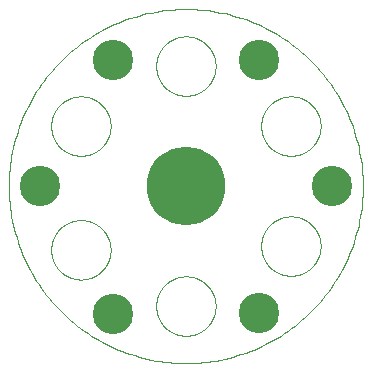
<source format=gbs>
G75*
%MOIN*%
%OFA0B0*%
%FSLAX25Y25*%
%IPPOS*%
%LPD*%
%AMOC8*
5,1,8,0,0,1.08239X$1,22.5*
%
%ADD10C,0.00010*%
%ADD11C,0.00016*%
%ADD12C,0.13461*%
%ADD13C,0.26200*%
%ADD14C,0.03775*%
D10*
X0015108Y0040550D02*
X0015111Y0040793D01*
X0015120Y0041036D01*
X0015135Y0041278D01*
X0015156Y0041520D01*
X0015182Y0041762D01*
X0015215Y0042003D01*
X0015254Y0042243D01*
X0015298Y0042481D01*
X0015349Y0042719D01*
X0015405Y0042956D01*
X0015467Y0043190D01*
X0015534Y0043424D01*
X0015608Y0043655D01*
X0015687Y0043885D01*
X0015771Y0044113D01*
X0015862Y0044339D01*
X0015957Y0044562D01*
X0016059Y0044783D01*
X0016165Y0045001D01*
X0016277Y0045217D01*
X0016394Y0045430D01*
X0016516Y0045640D01*
X0016644Y0045846D01*
X0016776Y0046050D01*
X0016914Y0046251D01*
X0017056Y0046447D01*
X0017203Y0046641D01*
X0017355Y0046830D01*
X0017512Y0047016D01*
X0017673Y0047198D01*
X0017838Y0047376D01*
X0018008Y0047550D01*
X0018182Y0047720D01*
X0018360Y0047885D01*
X0018542Y0048046D01*
X0018728Y0048203D01*
X0018917Y0048355D01*
X0019111Y0048502D01*
X0019307Y0048644D01*
X0019508Y0048782D01*
X0019712Y0048914D01*
X0019918Y0049042D01*
X0020128Y0049164D01*
X0020341Y0049281D01*
X0020557Y0049393D01*
X0020775Y0049499D01*
X0020996Y0049601D01*
X0021219Y0049696D01*
X0021445Y0049787D01*
X0021673Y0049871D01*
X0021903Y0049950D01*
X0022134Y0050024D01*
X0022368Y0050091D01*
X0022602Y0050153D01*
X0022839Y0050209D01*
X0023077Y0050260D01*
X0023315Y0050304D01*
X0023555Y0050343D01*
X0023796Y0050376D01*
X0024038Y0050402D01*
X0024280Y0050423D01*
X0024522Y0050438D01*
X0024765Y0050447D01*
X0025008Y0050450D01*
X0025251Y0050447D01*
X0025494Y0050438D01*
X0025736Y0050423D01*
X0025978Y0050402D01*
X0026220Y0050376D01*
X0026461Y0050343D01*
X0026701Y0050304D01*
X0026939Y0050260D01*
X0027177Y0050209D01*
X0027414Y0050153D01*
X0027648Y0050091D01*
X0027882Y0050024D01*
X0028113Y0049950D01*
X0028343Y0049871D01*
X0028571Y0049787D01*
X0028797Y0049696D01*
X0029020Y0049601D01*
X0029241Y0049499D01*
X0029459Y0049393D01*
X0029675Y0049281D01*
X0029888Y0049164D01*
X0030098Y0049042D01*
X0030304Y0048914D01*
X0030508Y0048782D01*
X0030709Y0048644D01*
X0030905Y0048502D01*
X0031099Y0048355D01*
X0031288Y0048203D01*
X0031474Y0048046D01*
X0031656Y0047885D01*
X0031834Y0047720D01*
X0032008Y0047550D01*
X0032178Y0047376D01*
X0032343Y0047198D01*
X0032504Y0047016D01*
X0032661Y0046830D01*
X0032813Y0046641D01*
X0032960Y0046447D01*
X0033102Y0046251D01*
X0033240Y0046050D01*
X0033372Y0045846D01*
X0033500Y0045640D01*
X0033622Y0045430D01*
X0033739Y0045217D01*
X0033851Y0045001D01*
X0033957Y0044783D01*
X0034059Y0044562D01*
X0034154Y0044339D01*
X0034245Y0044113D01*
X0034329Y0043885D01*
X0034408Y0043655D01*
X0034482Y0043424D01*
X0034549Y0043190D01*
X0034611Y0042956D01*
X0034667Y0042719D01*
X0034718Y0042481D01*
X0034762Y0042243D01*
X0034801Y0042003D01*
X0034834Y0041762D01*
X0034860Y0041520D01*
X0034881Y0041278D01*
X0034896Y0041036D01*
X0034905Y0040793D01*
X0034908Y0040550D01*
X0034905Y0040307D01*
X0034896Y0040064D01*
X0034881Y0039822D01*
X0034860Y0039580D01*
X0034834Y0039338D01*
X0034801Y0039097D01*
X0034762Y0038857D01*
X0034718Y0038619D01*
X0034667Y0038381D01*
X0034611Y0038144D01*
X0034549Y0037910D01*
X0034482Y0037676D01*
X0034408Y0037445D01*
X0034329Y0037215D01*
X0034245Y0036987D01*
X0034154Y0036761D01*
X0034059Y0036538D01*
X0033957Y0036317D01*
X0033851Y0036099D01*
X0033739Y0035883D01*
X0033622Y0035670D01*
X0033500Y0035460D01*
X0033372Y0035254D01*
X0033240Y0035050D01*
X0033102Y0034849D01*
X0032960Y0034653D01*
X0032813Y0034459D01*
X0032661Y0034270D01*
X0032504Y0034084D01*
X0032343Y0033902D01*
X0032178Y0033724D01*
X0032008Y0033550D01*
X0031834Y0033380D01*
X0031656Y0033215D01*
X0031474Y0033054D01*
X0031288Y0032897D01*
X0031099Y0032745D01*
X0030905Y0032598D01*
X0030709Y0032456D01*
X0030508Y0032318D01*
X0030304Y0032186D01*
X0030098Y0032058D01*
X0029888Y0031936D01*
X0029675Y0031819D01*
X0029459Y0031707D01*
X0029241Y0031601D01*
X0029020Y0031499D01*
X0028797Y0031404D01*
X0028571Y0031313D01*
X0028343Y0031229D01*
X0028113Y0031150D01*
X0027882Y0031076D01*
X0027648Y0031009D01*
X0027414Y0030947D01*
X0027177Y0030891D01*
X0026939Y0030840D01*
X0026701Y0030796D01*
X0026461Y0030757D01*
X0026220Y0030724D01*
X0025978Y0030698D01*
X0025736Y0030677D01*
X0025494Y0030662D01*
X0025251Y0030653D01*
X0025008Y0030650D01*
X0024765Y0030653D01*
X0024522Y0030662D01*
X0024280Y0030677D01*
X0024038Y0030698D01*
X0023796Y0030724D01*
X0023555Y0030757D01*
X0023315Y0030796D01*
X0023077Y0030840D01*
X0022839Y0030891D01*
X0022602Y0030947D01*
X0022368Y0031009D01*
X0022134Y0031076D01*
X0021903Y0031150D01*
X0021673Y0031229D01*
X0021445Y0031313D01*
X0021219Y0031404D01*
X0020996Y0031499D01*
X0020775Y0031601D01*
X0020557Y0031707D01*
X0020341Y0031819D01*
X0020128Y0031936D01*
X0019918Y0032058D01*
X0019712Y0032186D01*
X0019508Y0032318D01*
X0019307Y0032456D01*
X0019111Y0032598D01*
X0018917Y0032745D01*
X0018728Y0032897D01*
X0018542Y0033054D01*
X0018360Y0033215D01*
X0018182Y0033380D01*
X0018008Y0033550D01*
X0017838Y0033724D01*
X0017673Y0033902D01*
X0017512Y0034084D01*
X0017355Y0034270D01*
X0017203Y0034459D01*
X0017056Y0034653D01*
X0016914Y0034849D01*
X0016776Y0035050D01*
X0016644Y0035254D01*
X0016516Y0035460D01*
X0016394Y0035670D01*
X0016277Y0035883D01*
X0016165Y0036099D01*
X0016059Y0036317D01*
X0015957Y0036538D01*
X0015862Y0036761D01*
X0015771Y0036987D01*
X0015687Y0037215D01*
X0015608Y0037445D01*
X0015534Y0037676D01*
X0015467Y0037910D01*
X0015405Y0038144D01*
X0015349Y0038381D01*
X0015298Y0038619D01*
X0015254Y0038857D01*
X0015215Y0039097D01*
X0015182Y0039338D01*
X0015156Y0039580D01*
X0015135Y0039822D01*
X0015120Y0040064D01*
X0015111Y0040307D01*
X0015108Y0040550D01*
X0015108Y0081800D02*
X0015111Y0082043D01*
X0015120Y0082286D01*
X0015135Y0082528D01*
X0015156Y0082770D01*
X0015182Y0083012D01*
X0015215Y0083253D01*
X0015254Y0083493D01*
X0015298Y0083731D01*
X0015349Y0083969D01*
X0015405Y0084206D01*
X0015467Y0084440D01*
X0015534Y0084674D01*
X0015608Y0084905D01*
X0015687Y0085135D01*
X0015771Y0085363D01*
X0015862Y0085589D01*
X0015957Y0085812D01*
X0016059Y0086033D01*
X0016165Y0086251D01*
X0016277Y0086467D01*
X0016394Y0086680D01*
X0016516Y0086890D01*
X0016644Y0087096D01*
X0016776Y0087300D01*
X0016914Y0087501D01*
X0017056Y0087697D01*
X0017203Y0087891D01*
X0017355Y0088080D01*
X0017512Y0088266D01*
X0017673Y0088448D01*
X0017838Y0088626D01*
X0018008Y0088800D01*
X0018182Y0088970D01*
X0018360Y0089135D01*
X0018542Y0089296D01*
X0018728Y0089453D01*
X0018917Y0089605D01*
X0019111Y0089752D01*
X0019307Y0089894D01*
X0019508Y0090032D01*
X0019712Y0090164D01*
X0019918Y0090292D01*
X0020128Y0090414D01*
X0020341Y0090531D01*
X0020557Y0090643D01*
X0020775Y0090749D01*
X0020996Y0090851D01*
X0021219Y0090946D01*
X0021445Y0091037D01*
X0021673Y0091121D01*
X0021903Y0091200D01*
X0022134Y0091274D01*
X0022368Y0091341D01*
X0022602Y0091403D01*
X0022839Y0091459D01*
X0023077Y0091510D01*
X0023315Y0091554D01*
X0023555Y0091593D01*
X0023796Y0091626D01*
X0024038Y0091652D01*
X0024280Y0091673D01*
X0024522Y0091688D01*
X0024765Y0091697D01*
X0025008Y0091700D01*
X0025251Y0091697D01*
X0025494Y0091688D01*
X0025736Y0091673D01*
X0025978Y0091652D01*
X0026220Y0091626D01*
X0026461Y0091593D01*
X0026701Y0091554D01*
X0026939Y0091510D01*
X0027177Y0091459D01*
X0027414Y0091403D01*
X0027648Y0091341D01*
X0027882Y0091274D01*
X0028113Y0091200D01*
X0028343Y0091121D01*
X0028571Y0091037D01*
X0028797Y0090946D01*
X0029020Y0090851D01*
X0029241Y0090749D01*
X0029459Y0090643D01*
X0029675Y0090531D01*
X0029888Y0090414D01*
X0030098Y0090292D01*
X0030304Y0090164D01*
X0030508Y0090032D01*
X0030709Y0089894D01*
X0030905Y0089752D01*
X0031099Y0089605D01*
X0031288Y0089453D01*
X0031474Y0089296D01*
X0031656Y0089135D01*
X0031834Y0088970D01*
X0032008Y0088800D01*
X0032178Y0088626D01*
X0032343Y0088448D01*
X0032504Y0088266D01*
X0032661Y0088080D01*
X0032813Y0087891D01*
X0032960Y0087697D01*
X0033102Y0087501D01*
X0033240Y0087300D01*
X0033372Y0087096D01*
X0033500Y0086890D01*
X0033622Y0086680D01*
X0033739Y0086467D01*
X0033851Y0086251D01*
X0033957Y0086033D01*
X0034059Y0085812D01*
X0034154Y0085589D01*
X0034245Y0085363D01*
X0034329Y0085135D01*
X0034408Y0084905D01*
X0034482Y0084674D01*
X0034549Y0084440D01*
X0034611Y0084206D01*
X0034667Y0083969D01*
X0034718Y0083731D01*
X0034762Y0083493D01*
X0034801Y0083253D01*
X0034834Y0083012D01*
X0034860Y0082770D01*
X0034881Y0082528D01*
X0034896Y0082286D01*
X0034905Y0082043D01*
X0034908Y0081800D01*
X0034905Y0081557D01*
X0034896Y0081314D01*
X0034881Y0081072D01*
X0034860Y0080830D01*
X0034834Y0080588D01*
X0034801Y0080347D01*
X0034762Y0080107D01*
X0034718Y0079869D01*
X0034667Y0079631D01*
X0034611Y0079394D01*
X0034549Y0079160D01*
X0034482Y0078926D01*
X0034408Y0078695D01*
X0034329Y0078465D01*
X0034245Y0078237D01*
X0034154Y0078011D01*
X0034059Y0077788D01*
X0033957Y0077567D01*
X0033851Y0077349D01*
X0033739Y0077133D01*
X0033622Y0076920D01*
X0033500Y0076710D01*
X0033372Y0076504D01*
X0033240Y0076300D01*
X0033102Y0076099D01*
X0032960Y0075903D01*
X0032813Y0075709D01*
X0032661Y0075520D01*
X0032504Y0075334D01*
X0032343Y0075152D01*
X0032178Y0074974D01*
X0032008Y0074800D01*
X0031834Y0074630D01*
X0031656Y0074465D01*
X0031474Y0074304D01*
X0031288Y0074147D01*
X0031099Y0073995D01*
X0030905Y0073848D01*
X0030709Y0073706D01*
X0030508Y0073568D01*
X0030304Y0073436D01*
X0030098Y0073308D01*
X0029888Y0073186D01*
X0029675Y0073069D01*
X0029459Y0072957D01*
X0029241Y0072851D01*
X0029020Y0072749D01*
X0028797Y0072654D01*
X0028571Y0072563D01*
X0028343Y0072479D01*
X0028113Y0072400D01*
X0027882Y0072326D01*
X0027648Y0072259D01*
X0027414Y0072197D01*
X0027177Y0072141D01*
X0026939Y0072090D01*
X0026701Y0072046D01*
X0026461Y0072007D01*
X0026220Y0071974D01*
X0025978Y0071948D01*
X0025736Y0071927D01*
X0025494Y0071912D01*
X0025251Y0071903D01*
X0025008Y0071900D01*
X0024765Y0071903D01*
X0024522Y0071912D01*
X0024280Y0071927D01*
X0024038Y0071948D01*
X0023796Y0071974D01*
X0023555Y0072007D01*
X0023315Y0072046D01*
X0023077Y0072090D01*
X0022839Y0072141D01*
X0022602Y0072197D01*
X0022368Y0072259D01*
X0022134Y0072326D01*
X0021903Y0072400D01*
X0021673Y0072479D01*
X0021445Y0072563D01*
X0021219Y0072654D01*
X0020996Y0072749D01*
X0020775Y0072851D01*
X0020557Y0072957D01*
X0020341Y0073069D01*
X0020128Y0073186D01*
X0019918Y0073308D01*
X0019712Y0073436D01*
X0019508Y0073568D01*
X0019307Y0073706D01*
X0019111Y0073848D01*
X0018917Y0073995D01*
X0018728Y0074147D01*
X0018542Y0074304D01*
X0018360Y0074465D01*
X0018182Y0074630D01*
X0018008Y0074800D01*
X0017838Y0074974D01*
X0017673Y0075152D01*
X0017512Y0075334D01*
X0017355Y0075520D01*
X0017203Y0075709D01*
X0017056Y0075903D01*
X0016914Y0076099D01*
X0016776Y0076300D01*
X0016644Y0076504D01*
X0016516Y0076710D01*
X0016394Y0076920D01*
X0016277Y0077133D01*
X0016165Y0077349D01*
X0016059Y0077567D01*
X0015957Y0077788D01*
X0015862Y0078011D01*
X0015771Y0078237D01*
X0015687Y0078465D01*
X0015608Y0078695D01*
X0015534Y0078926D01*
X0015467Y0079160D01*
X0015405Y0079394D01*
X0015349Y0079631D01*
X0015298Y0079869D01*
X0015254Y0080107D01*
X0015215Y0080347D01*
X0015182Y0080588D01*
X0015156Y0080830D01*
X0015135Y0081072D01*
X0015120Y0081314D01*
X0015111Y0081557D01*
X0015108Y0081800D01*
X0050108Y0101800D02*
X0050111Y0102043D01*
X0050120Y0102286D01*
X0050135Y0102528D01*
X0050156Y0102770D01*
X0050182Y0103012D01*
X0050215Y0103253D01*
X0050254Y0103493D01*
X0050298Y0103731D01*
X0050349Y0103969D01*
X0050405Y0104206D01*
X0050467Y0104440D01*
X0050534Y0104674D01*
X0050608Y0104905D01*
X0050687Y0105135D01*
X0050771Y0105363D01*
X0050862Y0105589D01*
X0050957Y0105812D01*
X0051059Y0106033D01*
X0051165Y0106251D01*
X0051277Y0106467D01*
X0051394Y0106680D01*
X0051516Y0106890D01*
X0051644Y0107096D01*
X0051776Y0107300D01*
X0051914Y0107501D01*
X0052056Y0107697D01*
X0052203Y0107891D01*
X0052355Y0108080D01*
X0052512Y0108266D01*
X0052673Y0108448D01*
X0052838Y0108626D01*
X0053008Y0108800D01*
X0053182Y0108970D01*
X0053360Y0109135D01*
X0053542Y0109296D01*
X0053728Y0109453D01*
X0053917Y0109605D01*
X0054111Y0109752D01*
X0054307Y0109894D01*
X0054508Y0110032D01*
X0054712Y0110164D01*
X0054918Y0110292D01*
X0055128Y0110414D01*
X0055341Y0110531D01*
X0055557Y0110643D01*
X0055775Y0110749D01*
X0055996Y0110851D01*
X0056219Y0110946D01*
X0056445Y0111037D01*
X0056673Y0111121D01*
X0056903Y0111200D01*
X0057134Y0111274D01*
X0057368Y0111341D01*
X0057602Y0111403D01*
X0057839Y0111459D01*
X0058077Y0111510D01*
X0058315Y0111554D01*
X0058555Y0111593D01*
X0058796Y0111626D01*
X0059038Y0111652D01*
X0059280Y0111673D01*
X0059522Y0111688D01*
X0059765Y0111697D01*
X0060008Y0111700D01*
X0060251Y0111697D01*
X0060494Y0111688D01*
X0060736Y0111673D01*
X0060978Y0111652D01*
X0061220Y0111626D01*
X0061461Y0111593D01*
X0061701Y0111554D01*
X0061939Y0111510D01*
X0062177Y0111459D01*
X0062414Y0111403D01*
X0062648Y0111341D01*
X0062882Y0111274D01*
X0063113Y0111200D01*
X0063343Y0111121D01*
X0063571Y0111037D01*
X0063797Y0110946D01*
X0064020Y0110851D01*
X0064241Y0110749D01*
X0064459Y0110643D01*
X0064675Y0110531D01*
X0064888Y0110414D01*
X0065098Y0110292D01*
X0065304Y0110164D01*
X0065508Y0110032D01*
X0065709Y0109894D01*
X0065905Y0109752D01*
X0066099Y0109605D01*
X0066288Y0109453D01*
X0066474Y0109296D01*
X0066656Y0109135D01*
X0066834Y0108970D01*
X0067008Y0108800D01*
X0067178Y0108626D01*
X0067343Y0108448D01*
X0067504Y0108266D01*
X0067661Y0108080D01*
X0067813Y0107891D01*
X0067960Y0107697D01*
X0068102Y0107501D01*
X0068240Y0107300D01*
X0068372Y0107096D01*
X0068500Y0106890D01*
X0068622Y0106680D01*
X0068739Y0106467D01*
X0068851Y0106251D01*
X0068957Y0106033D01*
X0069059Y0105812D01*
X0069154Y0105589D01*
X0069245Y0105363D01*
X0069329Y0105135D01*
X0069408Y0104905D01*
X0069482Y0104674D01*
X0069549Y0104440D01*
X0069611Y0104206D01*
X0069667Y0103969D01*
X0069718Y0103731D01*
X0069762Y0103493D01*
X0069801Y0103253D01*
X0069834Y0103012D01*
X0069860Y0102770D01*
X0069881Y0102528D01*
X0069896Y0102286D01*
X0069905Y0102043D01*
X0069908Y0101800D01*
X0069905Y0101557D01*
X0069896Y0101314D01*
X0069881Y0101072D01*
X0069860Y0100830D01*
X0069834Y0100588D01*
X0069801Y0100347D01*
X0069762Y0100107D01*
X0069718Y0099869D01*
X0069667Y0099631D01*
X0069611Y0099394D01*
X0069549Y0099160D01*
X0069482Y0098926D01*
X0069408Y0098695D01*
X0069329Y0098465D01*
X0069245Y0098237D01*
X0069154Y0098011D01*
X0069059Y0097788D01*
X0068957Y0097567D01*
X0068851Y0097349D01*
X0068739Y0097133D01*
X0068622Y0096920D01*
X0068500Y0096710D01*
X0068372Y0096504D01*
X0068240Y0096300D01*
X0068102Y0096099D01*
X0067960Y0095903D01*
X0067813Y0095709D01*
X0067661Y0095520D01*
X0067504Y0095334D01*
X0067343Y0095152D01*
X0067178Y0094974D01*
X0067008Y0094800D01*
X0066834Y0094630D01*
X0066656Y0094465D01*
X0066474Y0094304D01*
X0066288Y0094147D01*
X0066099Y0093995D01*
X0065905Y0093848D01*
X0065709Y0093706D01*
X0065508Y0093568D01*
X0065304Y0093436D01*
X0065098Y0093308D01*
X0064888Y0093186D01*
X0064675Y0093069D01*
X0064459Y0092957D01*
X0064241Y0092851D01*
X0064020Y0092749D01*
X0063797Y0092654D01*
X0063571Y0092563D01*
X0063343Y0092479D01*
X0063113Y0092400D01*
X0062882Y0092326D01*
X0062648Y0092259D01*
X0062414Y0092197D01*
X0062177Y0092141D01*
X0061939Y0092090D01*
X0061701Y0092046D01*
X0061461Y0092007D01*
X0061220Y0091974D01*
X0060978Y0091948D01*
X0060736Y0091927D01*
X0060494Y0091912D01*
X0060251Y0091903D01*
X0060008Y0091900D01*
X0059765Y0091903D01*
X0059522Y0091912D01*
X0059280Y0091927D01*
X0059038Y0091948D01*
X0058796Y0091974D01*
X0058555Y0092007D01*
X0058315Y0092046D01*
X0058077Y0092090D01*
X0057839Y0092141D01*
X0057602Y0092197D01*
X0057368Y0092259D01*
X0057134Y0092326D01*
X0056903Y0092400D01*
X0056673Y0092479D01*
X0056445Y0092563D01*
X0056219Y0092654D01*
X0055996Y0092749D01*
X0055775Y0092851D01*
X0055557Y0092957D01*
X0055341Y0093069D01*
X0055128Y0093186D01*
X0054918Y0093308D01*
X0054712Y0093436D01*
X0054508Y0093568D01*
X0054307Y0093706D01*
X0054111Y0093848D01*
X0053917Y0093995D01*
X0053728Y0094147D01*
X0053542Y0094304D01*
X0053360Y0094465D01*
X0053182Y0094630D01*
X0053008Y0094800D01*
X0052838Y0094974D01*
X0052673Y0095152D01*
X0052512Y0095334D01*
X0052355Y0095520D01*
X0052203Y0095709D01*
X0052056Y0095903D01*
X0051914Y0096099D01*
X0051776Y0096300D01*
X0051644Y0096504D01*
X0051516Y0096710D01*
X0051394Y0096920D01*
X0051277Y0097133D01*
X0051165Y0097349D01*
X0051059Y0097567D01*
X0050957Y0097788D01*
X0050862Y0098011D01*
X0050771Y0098237D01*
X0050687Y0098465D01*
X0050608Y0098695D01*
X0050534Y0098926D01*
X0050467Y0099160D01*
X0050405Y0099394D01*
X0050349Y0099631D01*
X0050298Y0099869D01*
X0050254Y0100107D01*
X0050215Y0100347D01*
X0050182Y0100588D01*
X0050156Y0100830D01*
X0050135Y0101072D01*
X0050120Y0101314D01*
X0050111Y0101557D01*
X0050108Y0101800D01*
X0085108Y0081800D02*
X0085111Y0082043D01*
X0085120Y0082286D01*
X0085135Y0082528D01*
X0085156Y0082770D01*
X0085182Y0083012D01*
X0085215Y0083253D01*
X0085254Y0083493D01*
X0085298Y0083731D01*
X0085349Y0083969D01*
X0085405Y0084206D01*
X0085467Y0084440D01*
X0085534Y0084674D01*
X0085608Y0084905D01*
X0085687Y0085135D01*
X0085771Y0085363D01*
X0085862Y0085589D01*
X0085957Y0085812D01*
X0086059Y0086033D01*
X0086165Y0086251D01*
X0086277Y0086467D01*
X0086394Y0086680D01*
X0086516Y0086890D01*
X0086644Y0087096D01*
X0086776Y0087300D01*
X0086914Y0087501D01*
X0087056Y0087697D01*
X0087203Y0087891D01*
X0087355Y0088080D01*
X0087512Y0088266D01*
X0087673Y0088448D01*
X0087838Y0088626D01*
X0088008Y0088800D01*
X0088182Y0088970D01*
X0088360Y0089135D01*
X0088542Y0089296D01*
X0088728Y0089453D01*
X0088917Y0089605D01*
X0089111Y0089752D01*
X0089307Y0089894D01*
X0089508Y0090032D01*
X0089712Y0090164D01*
X0089918Y0090292D01*
X0090128Y0090414D01*
X0090341Y0090531D01*
X0090557Y0090643D01*
X0090775Y0090749D01*
X0090996Y0090851D01*
X0091219Y0090946D01*
X0091445Y0091037D01*
X0091673Y0091121D01*
X0091903Y0091200D01*
X0092134Y0091274D01*
X0092368Y0091341D01*
X0092602Y0091403D01*
X0092839Y0091459D01*
X0093077Y0091510D01*
X0093315Y0091554D01*
X0093555Y0091593D01*
X0093796Y0091626D01*
X0094038Y0091652D01*
X0094280Y0091673D01*
X0094522Y0091688D01*
X0094765Y0091697D01*
X0095008Y0091700D01*
X0095251Y0091697D01*
X0095494Y0091688D01*
X0095736Y0091673D01*
X0095978Y0091652D01*
X0096220Y0091626D01*
X0096461Y0091593D01*
X0096701Y0091554D01*
X0096939Y0091510D01*
X0097177Y0091459D01*
X0097414Y0091403D01*
X0097648Y0091341D01*
X0097882Y0091274D01*
X0098113Y0091200D01*
X0098343Y0091121D01*
X0098571Y0091037D01*
X0098797Y0090946D01*
X0099020Y0090851D01*
X0099241Y0090749D01*
X0099459Y0090643D01*
X0099675Y0090531D01*
X0099888Y0090414D01*
X0100098Y0090292D01*
X0100304Y0090164D01*
X0100508Y0090032D01*
X0100709Y0089894D01*
X0100905Y0089752D01*
X0101099Y0089605D01*
X0101288Y0089453D01*
X0101474Y0089296D01*
X0101656Y0089135D01*
X0101834Y0088970D01*
X0102008Y0088800D01*
X0102178Y0088626D01*
X0102343Y0088448D01*
X0102504Y0088266D01*
X0102661Y0088080D01*
X0102813Y0087891D01*
X0102960Y0087697D01*
X0103102Y0087501D01*
X0103240Y0087300D01*
X0103372Y0087096D01*
X0103500Y0086890D01*
X0103622Y0086680D01*
X0103739Y0086467D01*
X0103851Y0086251D01*
X0103957Y0086033D01*
X0104059Y0085812D01*
X0104154Y0085589D01*
X0104245Y0085363D01*
X0104329Y0085135D01*
X0104408Y0084905D01*
X0104482Y0084674D01*
X0104549Y0084440D01*
X0104611Y0084206D01*
X0104667Y0083969D01*
X0104718Y0083731D01*
X0104762Y0083493D01*
X0104801Y0083253D01*
X0104834Y0083012D01*
X0104860Y0082770D01*
X0104881Y0082528D01*
X0104896Y0082286D01*
X0104905Y0082043D01*
X0104908Y0081800D01*
X0104905Y0081557D01*
X0104896Y0081314D01*
X0104881Y0081072D01*
X0104860Y0080830D01*
X0104834Y0080588D01*
X0104801Y0080347D01*
X0104762Y0080107D01*
X0104718Y0079869D01*
X0104667Y0079631D01*
X0104611Y0079394D01*
X0104549Y0079160D01*
X0104482Y0078926D01*
X0104408Y0078695D01*
X0104329Y0078465D01*
X0104245Y0078237D01*
X0104154Y0078011D01*
X0104059Y0077788D01*
X0103957Y0077567D01*
X0103851Y0077349D01*
X0103739Y0077133D01*
X0103622Y0076920D01*
X0103500Y0076710D01*
X0103372Y0076504D01*
X0103240Y0076300D01*
X0103102Y0076099D01*
X0102960Y0075903D01*
X0102813Y0075709D01*
X0102661Y0075520D01*
X0102504Y0075334D01*
X0102343Y0075152D01*
X0102178Y0074974D01*
X0102008Y0074800D01*
X0101834Y0074630D01*
X0101656Y0074465D01*
X0101474Y0074304D01*
X0101288Y0074147D01*
X0101099Y0073995D01*
X0100905Y0073848D01*
X0100709Y0073706D01*
X0100508Y0073568D01*
X0100304Y0073436D01*
X0100098Y0073308D01*
X0099888Y0073186D01*
X0099675Y0073069D01*
X0099459Y0072957D01*
X0099241Y0072851D01*
X0099020Y0072749D01*
X0098797Y0072654D01*
X0098571Y0072563D01*
X0098343Y0072479D01*
X0098113Y0072400D01*
X0097882Y0072326D01*
X0097648Y0072259D01*
X0097414Y0072197D01*
X0097177Y0072141D01*
X0096939Y0072090D01*
X0096701Y0072046D01*
X0096461Y0072007D01*
X0096220Y0071974D01*
X0095978Y0071948D01*
X0095736Y0071927D01*
X0095494Y0071912D01*
X0095251Y0071903D01*
X0095008Y0071900D01*
X0094765Y0071903D01*
X0094522Y0071912D01*
X0094280Y0071927D01*
X0094038Y0071948D01*
X0093796Y0071974D01*
X0093555Y0072007D01*
X0093315Y0072046D01*
X0093077Y0072090D01*
X0092839Y0072141D01*
X0092602Y0072197D01*
X0092368Y0072259D01*
X0092134Y0072326D01*
X0091903Y0072400D01*
X0091673Y0072479D01*
X0091445Y0072563D01*
X0091219Y0072654D01*
X0090996Y0072749D01*
X0090775Y0072851D01*
X0090557Y0072957D01*
X0090341Y0073069D01*
X0090128Y0073186D01*
X0089918Y0073308D01*
X0089712Y0073436D01*
X0089508Y0073568D01*
X0089307Y0073706D01*
X0089111Y0073848D01*
X0088917Y0073995D01*
X0088728Y0074147D01*
X0088542Y0074304D01*
X0088360Y0074465D01*
X0088182Y0074630D01*
X0088008Y0074800D01*
X0087838Y0074974D01*
X0087673Y0075152D01*
X0087512Y0075334D01*
X0087355Y0075520D01*
X0087203Y0075709D01*
X0087056Y0075903D01*
X0086914Y0076099D01*
X0086776Y0076300D01*
X0086644Y0076504D01*
X0086516Y0076710D01*
X0086394Y0076920D01*
X0086277Y0077133D01*
X0086165Y0077349D01*
X0086059Y0077567D01*
X0085957Y0077788D01*
X0085862Y0078011D01*
X0085771Y0078237D01*
X0085687Y0078465D01*
X0085608Y0078695D01*
X0085534Y0078926D01*
X0085467Y0079160D01*
X0085405Y0079394D01*
X0085349Y0079631D01*
X0085298Y0079869D01*
X0085254Y0080107D01*
X0085215Y0080347D01*
X0085182Y0080588D01*
X0085156Y0080830D01*
X0085135Y0081072D01*
X0085120Y0081314D01*
X0085111Y0081557D01*
X0085108Y0081800D01*
X0085108Y0041800D02*
X0085111Y0042043D01*
X0085120Y0042286D01*
X0085135Y0042528D01*
X0085156Y0042770D01*
X0085182Y0043012D01*
X0085215Y0043253D01*
X0085254Y0043493D01*
X0085298Y0043731D01*
X0085349Y0043969D01*
X0085405Y0044206D01*
X0085467Y0044440D01*
X0085534Y0044674D01*
X0085608Y0044905D01*
X0085687Y0045135D01*
X0085771Y0045363D01*
X0085862Y0045589D01*
X0085957Y0045812D01*
X0086059Y0046033D01*
X0086165Y0046251D01*
X0086277Y0046467D01*
X0086394Y0046680D01*
X0086516Y0046890D01*
X0086644Y0047096D01*
X0086776Y0047300D01*
X0086914Y0047501D01*
X0087056Y0047697D01*
X0087203Y0047891D01*
X0087355Y0048080D01*
X0087512Y0048266D01*
X0087673Y0048448D01*
X0087838Y0048626D01*
X0088008Y0048800D01*
X0088182Y0048970D01*
X0088360Y0049135D01*
X0088542Y0049296D01*
X0088728Y0049453D01*
X0088917Y0049605D01*
X0089111Y0049752D01*
X0089307Y0049894D01*
X0089508Y0050032D01*
X0089712Y0050164D01*
X0089918Y0050292D01*
X0090128Y0050414D01*
X0090341Y0050531D01*
X0090557Y0050643D01*
X0090775Y0050749D01*
X0090996Y0050851D01*
X0091219Y0050946D01*
X0091445Y0051037D01*
X0091673Y0051121D01*
X0091903Y0051200D01*
X0092134Y0051274D01*
X0092368Y0051341D01*
X0092602Y0051403D01*
X0092839Y0051459D01*
X0093077Y0051510D01*
X0093315Y0051554D01*
X0093555Y0051593D01*
X0093796Y0051626D01*
X0094038Y0051652D01*
X0094280Y0051673D01*
X0094522Y0051688D01*
X0094765Y0051697D01*
X0095008Y0051700D01*
X0095251Y0051697D01*
X0095494Y0051688D01*
X0095736Y0051673D01*
X0095978Y0051652D01*
X0096220Y0051626D01*
X0096461Y0051593D01*
X0096701Y0051554D01*
X0096939Y0051510D01*
X0097177Y0051459D01*
X0097414Y0051403D01*
X0097648Y0051341D01*
X0097882Y0051274D01*
X0098113Y0051200D01*
X0098343Y0051121D01*
X0098571Y0051037D01*
X0098797Y0050946D01*
X0099020Y0050851D01*
X0099241Y0050749D01*
X0099459Y0050643D01*
X0099675Y0050531D01*
X0099888Y0050414D01*
X0100098Y0050292D01*
X0100304Y0050164D01*
X0100508Y0050032D01*
X0100709Y0049894D01*
X0100905Y0049752D01*
X0101099Y0049605D01*
X0101288Y0049453D01*
X0101474Y0049296D01*
X0101656Y0049135D01*
X0101834Y0048970D01*
X0102008Y0048800D01*
X0102178Y0048626D01*
X0102343Y0048448D01*
X0102504Y0048266D01*
X0102661Y0048080D01*
X0102813Y0047891D01*
X0102960Y0047697D01*
X0103102Y0047501D01*
X0103240Y0047300D01*
X0103372Y0047096D01*
X0103500Y0046890D01*
X0103622Y0046680D01*
X0103739Y0046467D01*
X0103851Y0046251D01*
X0103957Y0046033D01*
X0104059Y0045812D01*
X0104154Y0045589D01*
X0104245Y0045363D01*
X0104329Y0045135D01*
X0104408Y0044905D01*
X0104482Y0044674D01*
X0104549Y0044440D01*
X0104611Y0044206D01*
X0104667Y0043969D01*
X0104718Y0043731D01*
X0104762Y0043493D01*
X0104801Y0043253D01*
X0104834Y0043012D01*
X0104860Y0042770D01*
X0104881Y0042528D01*
X0104896Y0042286D01*
X0104905Y0042043D01*
X0104908Y0041800D01*
X0104905Y0041557D01*
X0104896Y0041314D01*
X0104881Y0041072D01*
X0104860Y0040830D01*
X0104834Y0040588D01*
X0104801Y0040347D01*
X0104762Y0040107D01*
X0104718Y0039869D01*
X0104667Y0039631D01*
X0104611Y0039394D01*
X0104549Y0039160D01*
X0104482Y0038926D01*
X0104408Y0038695D01*
X0104329Y0038465D01*
X0104245Y0038237D01*
X0104154Y0038011D01*
X0104059Y0037788D01*
X0103957Y0037567D01*
X0103851Y0037349D01*
X0103739Y0037133D01*
X0103622Y0036920D01*
X0103500Y0036710D01*
X0103372Y0036504D01*
X0103240Y0036300D01*
X0103102Y0036099D01*
X0102960Y0035903D01*
X0102813Y0035709D01*
X0102661Y0035520D01*
X0102504Y0035334D01*
X0102343Y0035152D01*
X0102178Y0034974D01*
X0102008Y0034800D01*
X0101834Y0034630D01*
X0101656Y0034465D01*
X0101474Y0034304D01*
X0101288Y0034147D01*
X0101099Y0033995D01*
X0100905Y0033848D01*
X0100709Y0033706D01*
X0100508Y0033568D01*
X0100304Y0033436D01*
X0100098Y0033308D01*
X0099888Y0033186D01*
X0099675Y0033069D01*
X0099459Y0032957D01*
X0099241Y0032851D01*
X0099020Y0032749D01*
X0098797Y0032654D01*
X0098571Y0032563D01*
X0098343Y0032479D01*
X0098113Y0032400D01*
X0097882Y0032326D01*
X0097648Y0032259D01*
X0097414Y0032197D01*
X0097177Y0032141D01*
X0096939Y0032090D01*
X0096701Y0032046D01*
X0096461Y0032007D01*
X0096220Y0031974D01*
X0095978Y0031948D01*
X0095736Y0031927D01*
X0095494Y0031912D01*
X0095251Y0031903D01*
X0095008Y0031900D01*
X0094765Y0031903D01*
X0094522Y0031912D01*
X0094280Y0031927D01*
X0094038Y0031948D01*
X0093796Y0031974D01*
X0093555Y0032007D01*
X0093315Y0032046D01*
X0093077Y0032090D01*
X0092839Y0032141D01*
X0092602Y0032197D01*
X0092368Y0032259D01*
X0092134Y0032326D01*
X0091903Y0032400D01*
X0091673Y0032479D01*
X0091445Y0032563D01*
X0091219Y0032654D01*
X0090996Y0032749D01*
X0090775Y0032851D01*
X0090557Y0032957D01*
X0090341Y0033069D01*
X0090128Y0033186D01*
X0089918Y0033308D01*
X0089712Y0033436D01*
X0089508Y0033568D01*
X0089307Y0033706D01*
X0089111Y0033848D01*
X0088917Y0033995D01*
X0088728Y0034147D01*
X0088542Y0034304D01*
X0088360Y0034465D01*
X0088182Y0034630D01*
X0088008Y0034800D01*
X0087838Y0034974D01*
X0087673Y0035152D01*
X0087512Y0035334D01*
X0087355Y0035520D01*
X0087203Y0035709D01*
X0087056Y0035903D01*
X0086914Y0036099D01*
X0086776Y0036300D01*
X0086644Y0036504D01*
X0086516Y0036710D01*
X0086394Y0036920D01*
X0086277Y0037133D01*
X0086165Y0037349D01*
X0086059Y0037567D01*
X0085957Y0037788D01*
X0085862Y0038011D01*
X0085771Y0038237D01*
X0085687Y0038465D01*
X0085608Y0038695D01*
X0085534Y0038926D01*
X0085467Y0039160D01*
X0085405Y0039394D01*
X0085349Y0039631D01*
X0085298Y0039869D01*
X0085254Y0040107D01*
X0085215Y0040347D01*
X0085182Y0040588D01*
X0085156Y0040830D01*
X0085135Y0041072D01*
X0085120Y0041314D01*
X0085111Y0041557D01*
X0085108Y0041800D01*
X0050108Y0021800D02*
X0050111Y0022043D01*
X0050120Y0022286D01*
X0050135Y0022528D01*
X0050156Y0022770D01*
X0050182Y0023012D01*
X0050215Y0023253D01*
X0050254Y0023493D01*
X0050298Y0023731D01*
X0050349Y0023969D01*
X0050405Y0024206D01*
X0050467Y0024440D01*
X0050534Y0024674D01*
X0050608Y0024905D01*
X0050687Y0025135D01*
X0050771Y0025363D01*
X0050862Y0025589D01*
X0050957Y0025812D01*
X0051059Y0026033D01*
X0051165Y0026251D01*
X0051277Y0026467D01*
X0051394Y0026680D01*
X0051516Y0026890D01*
X0051644Y0027096D01*
X0051776Y0027300D01*
X0051914Y0027501D01*
X0052056Y0027697D01*
X0052203Y0027891D01*
X0052355Y0028080D01*
X0052512Y0028266D01*
X0052673Y0028448D01*
X0052838Y0028626D01*
X0053008Y0028800D01*
X0053182Y0028970D01*
X0053360Y0029135D01*
X0053542Y0029296D01*
X0053728Y0029453D01*
X0053917Y0029605D01*
X0054111Y0029752D01*
X0054307Y0029894D01*
X0054508Y0030032D01*
X0054712Y0030164D01*
X0054918Y0030292D01*
X0055128Y0030414D01*
X0055341Y0030531D01*
X0055557Y0030643D01*
X0055775Y0030749D01*
X0055996Y0030851D01*
X0056219Y0030946D01*
X0056445Y0031037D01*
X0056673Y0031121D01*
X0056903Y0031200D01*
X0057134Y0031274D01*
X0057368Y0031341D01*
X0057602Y0031403D01*
X0057839Y0031459D01*
X0058077Y0031510D01*
X0058315Y0031554D01*
X0058555Y0031593D01*
X0058796Y0031626D01*
X0059038Y0031652D01*
X0059280Y0031673D01*
X0059522Y0031688D01*
X0059765Y0031697D01*
X0060008Y0031700D01*
X0060251Y0031697D01*
X0060494Y0031688D01*
X0060736Y0031673D01*
X0060978Y0031652D01*
X0061220Y0031626D01*
X0061461Y0031593D01*
X0061701Y0031554D01*
X0061939Y0031510D01*
X0062177Y0031459D01*
X0062414Y0031403D01*
X0062648Y0031341D01*
X0062882Y0031274D01*
X0063113Y0031200D01*
X0063343Y0031121D01*
X0063571Y0031037D01*
X0063797Y0030946D01*
X0064020Y0030851D01*
X0064241Y0030749D01*
X0064459Y0030643D01*
X0064675Y0030531D01*
X0064888Y0030414D01*
X0065098Y0030292D01*
X0065304Y0030164D01*
X0065508Y0030032D01*
X0065709Y0029894D01*
X0065905Y0029752D01*
X0066099Y0029605D01*
X0066288Y0029453D01*
X0066474Y0029296D01*
X0066656Y0029135D01*
X0066834Y0028970D01*
X0067008Y0028800D01*
X0067178Y0028626D01*
X0067343Y0028448D01*
X0067504Y0028266D01*
X0067661Y0028080D01*
X0067813Y0027891D01*
X0067960Y0027697D01*
X0068102Y0027501D01*
X0068240Y0027300D01*
X0068372Y0027096D01*
X0068500Y0026890D01*
X0068622Y0026680D01*
X0068739Y0026467D01*
X0068851Y0026251D01*
X0068957Y0026033D01*
X0069059Y0025812D01*
X0069154Y0025589D01*
X0069245Y0025363D01*
X0069329Y0025135D01*
X0069408Y0024905D01*
X0069482Y0024674D01*
X0069549Y0024440D01*
X0069611Y0024206D01*
X0069667Y0023969D01*
X0069718Y0023731D01*
X0069762Y0023493D01*
X0069801Y0023253D01*
X0069834Y0023012D01*
X0069860Y0022770D01*
X0069881Y0022528D01*
X0069896Y0022286D01*
X0069905Y0022043D01*
X0069908Y0021800D01*
X0069905Y0021557D01*
X0069896Y0021314D01*
X0069881Y0021072D01*
X0069860Y0020830D01*
X0069834Y0020588D01*
X0069801Y0020347D01*
X0069762Y0020107D01*
X0069718Y0019869D01*
X0069667Y0019631D01*
X0069611Y0019394D01*
X0069549Y0019160D01*
X0069482Y0018926D01*
X0069408Y0018695D01*
X0069329Y0018465D01*
X0069245Y0018237D01*
X0069154Y0018011D01*
X0069059Y0017788D01*
X0068957Y0017567D01*
X0068851Y0017349D01*
X0068739Y0017133D01*
X0068622Y0016920D01*
X0068500Y0016710D01*
X0068372Y0016504D01*
X0068240Y0016300D01*
X0068102Y0016099D01*
X0067960Y0015903D01*
X0067813Y0015709D01*
X0067661Y0015520D01*
X0067504Y0015334D01*
X0067343Y0015152D01*
X0067178Y0014974D01*
X0067008Y0014800D01*
X0066834Y0014630D01*
X0066656Y0014465D01*
X0066474Y0014304D01*
X0066288Y0014147D01*
X0066099Y0013995D01*
X0065905Y0013848D01*
X0065709Y0013706D01*
X0065508Y0013568D01*
X0065304Y0013436D01*
X0065098Y0013308D01*
X0064888Y0013186D01*
X0064675Y0013069D01*
X0064459Y0012957D01*
X0064241Y0012851D01*
X0064020Y0012749D01*
X0063797Y0012654D01*
X0063571Y0012563D01*
X0063343Y0012479D01*
X0063113Y0012400D01*
X0062882Y0012326D01*
X0062648Y0012259D01*
X0062414Y0012197D01*
X0062177Y0012141D01*
X0061939Y0012090D01*
X0061701Y0012046D01*
X0061461Y0012007D01*
X0061220Y0011974D01*
X0060978Y0011948D01*
X0060736Y0011927D01*
X0060494Y0011912D01*
X0060251Y0011903D01*
X0060008Y0011900D01*
X0059765Y0011903D01*
X0059522Y0011912D01*
X0059280Y0011927D01*
X0059038Y0011948D01*
X0058796Y0011974D01*
X0058555Y0012007D01*
X0058315Y0012046D01*
X0058077Y0012090D01*
X0057839Y0012141D01*
X0057602Y0012197D01*
X0057368Y0012259D01*
X0057134Y0012326D01*
X0056903Y0012400D01*
X0056673Y0012479D01*
X0056445Y0012563D01*
X0056219Y0012654D01*
X0055996Y0012749D01*
X0055775Y0012851D01*
X0055557Y0012957D01*
X0055341Y0013069D01*
X0055128Y0013186D01*
X0054918Y0013308D01*
X0054712Y0013436D01*
X0054508Y0013568D01*
X0054307Y0013706D01*
X0054111Y0013848D01*
X0053917Y0013995D01*
X0053728Y0014147D01*
X0053542Y0014304D01*
X0053360Y0014465D01*
X0053182Y0014630D01*
X0053008Y0014800D01*
X0052838Y0014974D01*
X0052673Y0015152D01*
X0052512Y0015334D01*
X0052355Y0015520D01*
X0052203Y0015709D01*
X0052056Y0015903D01*
X0051914Y0016099D01*
X0051776Y0016300D01*
X0051644Y0016504D01*
X0051516Y0016710D01*
X0051394Y0016920D01*
X0051277Y0017133D01*
X0051165Y0017349D01*
X0051059Y0017567D01*
X0050957Y0017788D01*
X0050862Y0018011D01*
X0050771Y0018237D01*
X0050687Y0018465D01*
X0050608Y0018695D01*
X0050534Y0018926D01*
X0050467Y0019160D01*
X0050405Y0019394D01*
X0050349Y0019631D01*
X0050298Y0019869D01*
X0050254Y0020107D01*
X0050215Y0020347D01*
X0050182Y0020588D01*
X0050156Y0020830D01*
X0050135Y0021072D01*
X0050120Y0021314D01*
X0050111Y0021557D01*
X0050108Y0021800D01*
D11*
X0001008Y0061800D02*
X0001026Y0063248D01*
X0001079Y0064695D01*
X0001168Y0066140D01*
X0001292Y0067583D01*
X0001452Y0069022D01*
X0001647Y0070457D01*
X0001877Y0071887D01*
X0002142Y0073310D01*
X0002442Y0074727D01*
X0002776Y0076136D01*
X0003145Y0077536D01*
X0003549Y0078927D01*
X0003986Y0080307D01*
X0004457Y0081677D01*
X0004961Y0083034D01*
X0005499Y0084378D01*
X0006070Y0085709D01*
X0006673Y0087026D01*
X0007308Y0088327D01*
X0007975Y0089612D01*
X0008673Y0090881D01*
X0009402Y0092132D01*
X0010162Y0093365D01*
X0010951Y0094579D01*
X0011770Y0095773D01*
X0012619Y0096946D01*
X0013496Y0098099D01*
X0014400Y0099229D01*
X0015333Y0100337D01*
X0016292Y0101422D01*
X0017277Y0102483D01*
X0018289Y0103519D01*
X0019325Y0104531D01*
X0020386Y0105516D01*
X0021471Y0106475D01*
X0022579Y0107408D01*
X0023709Y0108312D01*
X0024862Y0109189D01*
X0026035Y0110038D01*
X0027229Y0110857D01*
X0028443Y0111646D01*
X0029676Y0112406D01*
X0030927Y0113135D01*
X0032196Y0113833D01*
X0033481Y0114500D01*
X0034782Y0115135D01*
X0036099Y0115738D01*
X0037430Y0116309D01*
X0038774Y0116847D01*
X0040131Y0117351D01*
X0041501Y0117822D01*
X0042881Y0118259D01*
X0044272Y0118663D01*
X0045672Y0119032D01*
X0047081Y0119366D01*
X0048498Y0119666D01*
X0049921Y0119931D01*
X0051351Y0120161D01*
X0052786Y0120356D01*
X0054225Y0120516D01*
X0055668Y0120640D01*
X0057113Y0120729D01*
X0058560Y0120782D01*
X0060008Y0120800D01*
X0061456Y0120782D01*
X0062903Y0120729D01*
X0064348Y0120640D01*
X0065791Y0120516D01*
X0067230Y0120356D01*
X0068665Y0120161D01*
X0070095Y0119931D01*
X0071518Y0119666D01*
X0072935Y0119366D01*
X0074344Y0119032D01*
X0075744Y0118663D01*
X0077135Y0118259D01*
X0078515Y0117822D01*
X0079885Y0117351D01*
X0081242Y0116847D01*
X0082586Y0116309D01*
X0083917Y0115738D01*
X0085234Y0115135D01*
X0086535Y0114500D01*
X0087820Y0113833D01*
X0089089Y0113135D01*
X0090340Y0112406D01*
X0091573Y0111646D01*
X0092787Y0110857D01*
X0093981Y0110038D01*
X0095154Y0109189D01*
X0096307Y0108312D01*
X0097437Y0107408D01*
X0098545Y0106475D01*
X0099630Y0105516D01*
X0100691Y0104531D01*
X0101727Y0103519D01*
X0102739Y0102483D01*
X0103724Y0101422D01*
X0104683Y0100337D01*
X0105616Y0099229D01*
X0106520Y0098099D01*
X0107397Y0096946D01*
X0108246Y0095773D01*
X0109065Y0094579D01*
X0109854Y0093365D01*
X0110614Y0092132D01*
X0111343Y0090881D01*
X0112041Y0089612D01*
X0112708Y0088327D01*
X0113343Y0087026D01*
X0113946Y0085709D01*
X0114517Y0084378D01*
X0115055Y0083034D01*
X0115559Y0081677D01*
X0116030Y0080307D01*
X0116467Y0078927D01*
X0116871Y0077536D01*
X0117240Y0076136D01*
X0117574Y0074727D01*
X0117874Y0073310D01*
X0118139Y0071887D01*
X0118369Y0070457D01*
X0118564Y0069022D01*
X0118724Y0067583D01*
X0118848Y0066140D01*
X0118937Y0064695D01*
X0118990Y0063248D01*
X0119008Y0061800D01*
X0118990Y0060352D01*
X0118937Y0058905D01*
X0118848Y0057460D01*
X0118724Y0056017D01*
X0118564Y0054578D01*
X0118369Y0053143D01*
X0118139Y0051713D01*
X0117874Y0050290D01*
X0117574Y0048873D01*
X0117240Y0047464D01*
X0116871Y0046064D01*
X0116467Y0044673D01*
X0116030Y0043293D01*
X0115559Y0041923D01*
X0115055Y0040566D01*
X0114517Y0039222D01*
X0113946Y0037891D01*
X0113343Y0036574D01*
X0112708Y0035273D01*
X0112041Y0033988D01*
X0111343Y0032719D01*
X0110614Y0031468D01*
X0109854Y0030235D01*
X0109065Y0029021D01*
X0108246Y0027827D01*
X0107397Y0026654D01*
X0106520Y0025501D01*
X0105616Y0024371D01*
X0104683Y0023263D01*
X0103724Y0022178D01*
X0102739Y0021117D01*
X0101727Y0020081D01*
X0100691Y0019069D01*
X0099630Y0018084D01*
X0098545Y0017125D01*
X0097437Y0016192D01*
X0096307Y0015288D01*
X0095154Y0014411D01*
X0093981Y0013562D01*
X0092787Y0012743D01*
X0091573Y0011954D01*
X0090340Y0011194D01*
X0089089Y0010465D01*
X0087820Y0009767D01*
X0086535Y0009100D01*
X0085234Y0008465D01*
X0083917Y0007862D01*
X0082586Y0007291D01*
X0081242Y0006753D01*
X0079885Y0006249D01*
X0078515Y0005778D01*
X0077135Y0005341D01*
X0075744Y0004937D01*
X0074344Y0004568D01*
X0072935Y0004234D01*
X0071518Y0003934D01*
X0070095Y0003669D01*
X0068665Y0003439D01*
X0067230Y0003244D01*
X0065791Y0003084D01*
X0064348Y0002960D01*
X0062903Y0002871D01*
X0061456Y0002818D01*
X0060008Y0002800D01*
X0058560Y0002818D01*
X0057113Y0002871D01*
X0055668Y0002960D01*
X0054225Y0003084D01*
X0052786Y0003244D01*
X0051351Y0003439D01*
X0049921Y0003669D01*
X0048498Y0003934D01*
X0047081Y0004234D01*
X0045672Y0004568D01*
X0044272Y0004937D01*
X0042881Y0005341D01*
X0041501Y0005778D01*
X0040131Y0006249D01*
X0038774Y0006753D01*
X0037430Y0007291D01*
X0036099Y0007862D01*
X0034782Y0008465D01*
X0033481Y0009100D01*
X0032196Y0009767D01*
X0030927Y0010465D01*
X0029676Y0011194D01*
X0028443Y0011954D01*
X0027229Y0012743D01*
X0026035Y0013562D01*
X0024862Y0014411D01*
X0023709Y0015288D01*
X0022579Y0016192D01*
X0021471Y0017125D01*
X0020386Y0018084D01*
X0019325Y0019069D01*
X0018289Y0020081D01*
X0017277Y0021117D01*
X0016292Y0022178D01*
X0015333Y0023263D01*
X0014400Y0024371D01*
X0013496Y0025501D01*
X0012619Y0026654D01*
X0011770Y0027827D01*
X0010951Y0029021D01*
X0010162Y0030235D01*
X0009402Y0031468D01*
X0008673Y0032719D01*
X0007975Y0033988D01*
X0007308Y0035273D01*
X0006673Y0036574D01*
X0006070Y0037891D01*
X0005499Y0039222D01*
X0004961Y0040566D01*
X0004457Y0041923D01*
X0003986Y0043293D01*
X0003549Y0044673D01*
X0003145Y0046064D01*
X0002776Y0047464D01*
X0002442Y0048873D01*
X0002142Y0050290D01*
X0001877Y0051713D01*
X0001647Y0053143D01*
X0001452Y0054578D01*
X0001292Y0056017D01*
X0001168Y0057460D01*
X0001079Y0058905D01*
X0001026Y0060352D01*
X0001008Y0061800D01*
D12*
X0035633Y0019300D03*
X0011258Y0061800D03*
X0035633Y0103987D03*
X0084383Y0103987D03*
X0108758Y0061800D03*
X0084383Y0019613D03*
D13*
X0060008Y0061800D03*
D14*
X0067094Y0068493D03*
X0069850Y0061800D03*
X0067094Y0055107D03*
X0060008Y0051957D03*
X0052921Y0055107D03*
X0050165Y0061800D03*
X0052921Y0068493D03*
X0060008Y0071643D03*
M02*

</source>
